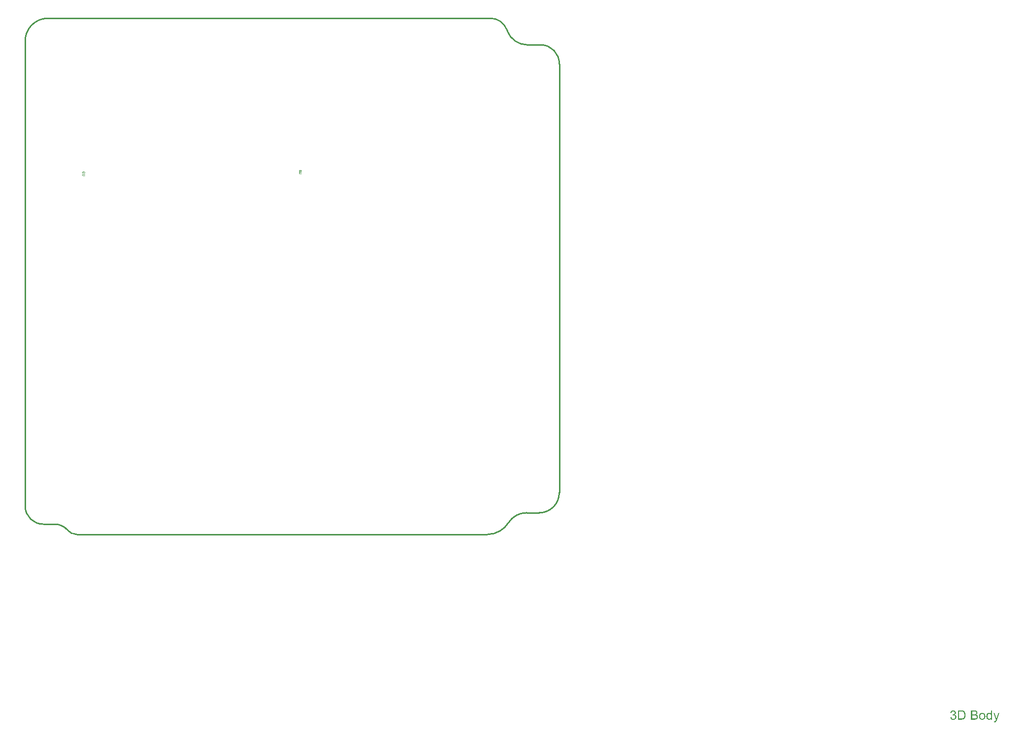
<source format=gm1>
G04*
G04 #@! TF.GenerationSoftware,Altium Limited,Altium Designer,18.1.7 (191)*
G04*
G04 Layer_Color=16711935*
%FSLAX25Y25*%
%MOIN*%
G70*
G01*
G75*
%ADD11C,0.01000*%
%ADD115C,0.00236*%
G36*
X655498Y-125130D02*
X654779D01*
Y-124556D01*
X654770Y-124565D01*
X654761Y-124583D01*
X654733Y-124620D01*
X654697Y-124665D01*
X654651Y-124711D01*
X654597Y-124766D01*
X654533Y-124829D01*
X654451Y-124893D01*
X654369Y-124957D01*
X654278Y-125021D01*
X654168Y-125075D01*
X654050Y-125121D01*
X653932Y-125166D01*
X653795Y-125203D01*
X653649Y-125221D01*
X653494Y-125230D01*
X653440D01*
X653403Y-125221D01*
X653294Y-125212D01*
X653166Y-125194D01*
X653011Y-125157D01*
X652838Y-125103D01*
X652665Y-125030D01*
X652492Y-124929D01*
X652483D01*
X652474Y-124911D01*
X652419Y-124875D01*
X652337Y-124802D01*
X652237Y-124711D01*
X652119Y-124592D01*
X652000Y-124447D01*
X651882Y-124283D01*
X651782Y-124091D01*
Y-124082D01*
X651772Y-124064D01*
X651763Y-124037D01*
X651745Y-124000D01*
X651727Y-123946D01*
X651700Y-123882D01*
X651681Y-123818D01*
X651663Y-123736D01*
X651618Y-123554D01*
X651572Y-123344D01*
X651545Y-123108D01*
X651536Y-122852D01*
Y-122843D01*
Y-122825D01*
Y-122789D01*
Y-122734D01*
X651545Y-122679D01*
Y-122607D01*
X651563Y-122442D01*
X651590Y-122251D01*
X651636Y-122042D01*
X651690Y-121823D01*
X651763Y-121614D01*
Y-121604D01*
X651772Y-121586D01*
X651791Y-121559D01*
X651809Y-121522D01*
X651864Y-121422D01*
X651936Y-121295D01*
X652028Y-121158D01*
X652146Y-121021D01*
X652283Y-120876D01*
X652447Y-120757D01*
X652456D01*
X652465Y-120748D01*
X652492Y-120730D01*
X652529Y-120712D01*
X652620Y-120666D01*
X652747Y-120602D01*
X652893Y-120548D01*
X653066Y-120502D01*
X653257Y-120466D01*
X653458Y-120457D01*
X653531D01*
X653604Y-120466D01*
X653704Y-120475D01*
X653822Y-120502D01*
X653950Y-120529D01*
X654077Y-120575D01*
X654196Y-120639D01*
X654214Y-120648D01*
X654250Y-120666D01*
X654305Y-120712D01*
X654378Y-120757D01*
X654469Y-120821D01*
X654551Y-120903D01*
X654642Y-120985D01*
X654724Y-121085D01*
Y-118826D01*
X655498D01*
Y-125130D01*
D02*
G37*
G36*
X629289Y-118808D02*
X629407Y-118826D01*
X629553Y-118853D01*
X629717Y-118899D01*
X629881Y-118953D01*
X630045Y-119026D01*
X630054D01*
X630063Y-119035D01*
X630118Y-119063D01*
X630200Y-119117D01*
X630291Y-119181D01*
X630400Y-119272D01*
X630510Y-119372D01*
X630619Y-119491D01*
X630710Y-119627D01*
X630719Y-119646D01*
X630747Y-119691D01*
X630783Y-119773D01*
X630829Y-119873D01*
X630874Y-119992D01*
X630911Y-120129D01*
X630938Y-120283D01*
X630947Y-120438D01*
Y-120457D01*
Y-120511D01*
X630938Y-120584D01*
X630920Y-120684D01*
X630892Y-120803D01*
X630847Y-120930D01*
X630792Y-121058D01*
X630719Y-121185D01*
X630710Y-121203D01*
X630683Y-121240D01*
X630628Y-121304D01*
X630555Y-121377D01*
X630464Y-121459D01*
X630355Y-121550D01*
X630227Y-121632D01*
X630072Y-121714D01*
X630082D01*
X630100Y-121723D01*
X630127Y-121732D01*
X630163Y-121741D01*
X630264Y-121777D01*
X630391Y-121832D01*
X630537Y-121905D01*
X630683Y-121996D01*
X630820Y-122115D01*
X630947Y-122251D01*
X630956Y-122269D01*
X630993Y-122324D01*
X631047Y-122415D01*
X631102Y-122534D01*
X631156Y-122679D01*
X631211Y-122852D01*
X631248Y-123053D01*
X631257Y-123272D01*
Y-123281D01*
Y-123308D01*
Y-123354D01*
X631248Y-123408D01*
X631239Y-123481D01*
X631220Y-123563D01*
X631202Y-123654D01*
X631184Y-123754D01*
X631111Y-123973D01*
X631056Y-124091D01*
X631002Y-124201D01*
X630929Y-124319D01*
X630847Y-124438D01*
X630756Y-124556D01*
X630646Y-124665D01*
X630637Y-124674D01*
X630619Y-124693D01*
X630583Y-124720D01*
X630537Y-124756D01*
X630482Y-124802D01*
X630409Y-124847D01*
X630328Y-124902D01*
X630227Y-124948D01*
X630127Y-125002D01*
X630009Y-125057D01*
X629890Y-125103D01*
X629754Y-125148D01*
X629608Y-125185D01*
X629453Y-125212D01*
X629298Y-125230D01*
X629125Y-125239D01*
X629043D01*
X628988Y-125230D01*
X628916Y-125221D01*
X628833Y-125212D01*
X628742Y-125194D01*
X628642Y-125175D01*
X628424Y-125121D01*
X628196Y-125030D01*
X628077Y-124975D01*
X627968Y-124911D01*
X627859Y-124829D01*
X627749Y-124747D01*
X627740Y-124738D01*
X627722Y-124720D01*
X627695Y-124693D01*
X627667Y-124656D01*
X627622Y-124611D01*
X627576Y-124547D01*
X627522Y-124483D01*
X627467Y-124401D01*
X627412Y-124310D01*
X627358Y-124219D01*
X627257Y-124000D01*
X627176Y-123745D01*
X627148Y-123609D01*
X627130Y-123463D01*
X627904Y-123363D01*
Y-123372D01*
X627913Y-123390D01*
X627922Y-123426D01*
X627932Y-123472D01*
X627941Y-123527D01*
X627959Y-123590D01*
X628005Y-123727D01*
X628068Y-123891D01*
X628150Y-124046D01*
X628241Y-124192D01*
X628351Y-124319D01*
X628369Y-124328D01*
X628405Y-124365D01*
X628478Y-124410D01*
X628569Y-124456D01*
X628679Y-124510D01*
X628815Y-124556D01*
X628970Y-124592D01*
X629134Y-124601D01*
X629189D01*
X629225Y-124592D01*
X629325Y-124583D01*
X629453Y-124556D01*
X629599Y-124510D01*
X629754Y-124447D01*
X629909Y-124356D01*
X630054Y-124228D01*
X630072Y-124210D01*
X630118Y-124155D01*
X630173Y-124073D01*
X630245Y-123964D01*
X630318Y-123827D01*
X630373Y-123672D01*
X630419Y-123490D01*
X630437Y-123290D01*
Y-123281D01*
Y-123262D01*
Y-123235D01*
X630428Y-123199D01*
X630419Y-123098D01*
X630391Y-122980D01*
X630355Y-122834D01*
X630291Y-122688D01*
X630200Y-122543D01*
X630082Y-122406D01*
X630063Y-122388D01*
X630018Y-122351D01*
X629945Y-122297D01*
X629845Y-122233D01*
X629717Y-122169D01*
X629562Y-122115D01*
X629389Y-122078D01*
X629198Y-122060D01*
X629116D01*
X629052Y-122069D01*
X628970Y-122078D01*
X628879Y-122096D01*
X628770Y-122115D01*
X628651Y-122142D01*
X628742Y-121459D01*
X628788D01*
X628824Y-121468D01*
X628943D01*
X629043Y-121449D01*
X629161Y-121431D01*
X629298Y-121404D01*
X629453Y-121358D01*
X629599Y-121295D01*
X629754Y-121213D01*
X629763D01*
X629772Y-121203D01*
X629817Y-121167D01*
X629881Y-121103D01*
X629954Y-121021D01*
X630027Y-120903D01*
X630091Y-120766D01*
X630136Y-120611D01*
X630154Y-120520D01*
Y-120420D01*
Y-120411D01*
Y-120402D01*
Y-120347D01*
X630136Y-120274D01*
X630118Y-120174D01*
X630082Y-120065D01*
X630036Y-119946D01*
X629963Y-119828D01*
X629863Y-119719D01*
X629854Y-119710D01*
X629808Y-119673D01*
X629744Y-119627D01*
X629663Y-119573D01*
X629553Y-119527D01*
X629426Y-119482D01*
X629280Y-119445D01*
X629116Y-119436D01*
X629043D01*
X628961Y-119454D01*
X628852Y-119473D01*
X628733Y-119509D01*
X628615Y-119555D01*
X628487Y-119627D01*
X628369Y-119719D01*
X628360Y-119728D01*
X628323Y-119773D01*
X628269Y-119837D01*
X628205Y-119928D01*
X628141Y-120047D01*
X628077Y-120192D01*
X628023Y-120365D01*
X627986Y-120566D01*
X627212Y-120429D01*
Y-120420D01*
X627221Y-120393D01*
X627230Y-120356D01*
X627239Y-120302D01*
X627257Y-120238D01*
X627285Y-120165D01*
X627339Y-119992D01*
X627430Y-119791D01*
X627540Y-119591D01*
X627676Y-119400D01*
X627850Y-119227D01*
X627859Y-119218D01*
X627877Y-119208D01*
X627904Y-119190D01*
X627941Y-119163D01*
X627986Y-119126D01*
X628050Y-119090D01*
X628114Y-119054D01*
X628196Y-119008D01*
X628378Y-118935D01*
X628587Y-118862D01*
X628833Y-118817D01*
X628961Y-118798D01*
X629189D01*
X629289Y-118808D01*
D02*
G37*
G36*
X658733Y-125203D02*
Y-125212D01*
X658723Y-125239D01*
X658705Y-125276D01*
X658687Y-125321D01*
X658660Y-125385D01*
X658632Y-125458D01*
X658568Y-125613D01*
X658505Y-125786D01*
X658432Y-125959D01*
X658359Y-126114D01*
X658322Y-126178D01*
X658295Y-126241D01*
X658286Y-126260D01*
X658259Y-126305D01*
X658213Y-126369D01*
X658159Y-126451D01*
X658086Y-126542D01*
X658004Y-126633D01*
X657922Y-126724D01*
X657822Y-126797D01*
X657812Y-126806D01*
X657776Y-126824D01*
X657721Y-126852D01*
X657639Y-126888D01*
X657548Y-126925D01*
X657439Y-126952D01*
X657320Y-126970D01*
X657184Y-126979D01*
X657147D01*
X657102Y-126970D01*
X657038D01*
X656965Y-126952D01*
X656883Y-126934D01*
X656792Y-126916D01*
X656692Y-126879D01*
X656610Y-126159D01*
X656619D01*
X656655Y-126169D01*
X656701Y-126178D01*
X656756Y-126196D01*
X656901Y-126223D01*
X657047Y-126232D01*
X657093D01*
X657138Y-126223D01*
X657193D01*
X657330Y-126196D01*
X657393Y-126169D01*
X657457Y-126141D01*
X657466D01*
X657484Y-126123D01*
X657512Y-126105D01*
X657548Y-126077D01*
X657630Y-126005D01*
X657703Y-125904D01*
Y-125895D01*
X657721Y-125877D01*
X657739Y-125840D01*
X657758Y-125786D01*
X657794Y-125713D01*
X657831Y-125604D01*
X657885Y-125476D01*
X657940Y-125321D01*
Y-125312D01*
X657958Y-125276D01*
X657976Y-125212D01*
X658013Y-125130D01*
X656282Y-120557D01*
X657102D01*
X658058Y-123208D01*
Y-123217D01*
X658068Y-123226D01*
X658077Y-123253D01*
X658086Y-123299D01*
X658104Y-123344D01*
X658122Y-123399D01*
X658168Y-123527D01*
X658222Y-123681D01*
X658277Y-123864D01*
X658332Y-124055D01*
X658386Y-124265D01*
Y-124255D01*
X658395Y-124237D01*
X658404Y-124210D01*
X658414Y-124173D01*
X658423Y-124128D01*
X658441Y-124073D01*
X658477Y-123936D01*
X658523Y-123782D01*
X658587Y-123600D01*
X658641Y-123417D01*
X658714Y-123226D01*
X659698Y-120557D01*
X660472D01*
X658733Y-125203D01*
D02*
G37*
G36*
X643655Y-118835D02*
X643728D01*
X643892Y-118853D01*
X644074Y-118871D01*
X644266Y-118908D01*
X644457Y-118953D01*
X644630Y-119017D01*
X644639D01*
X644648Y-119026D01*
X644703Y-119054D01*
X644785Y-119099D01*
X644876Y-119163D01*
X644985Y-119245D01*
X645104Y-119345D01*
X645213Y-119473D01*
X645314Y-119609D01*
X645323Y-119627D01*
X645350Y-119682D01*
X645396Y-119755D01*
X645441Y-119864D01*
X645487Y-119992D01*
X645532Y-120129D01*
X645559Y-120283D01*
X645569Y-120438D01*
Y-120457D01*
Y-120502D01*
X645559Y-120584D01*
X645541Y-120684D01*
X645514Y-120803D01*
X645468Y-120930D01*
X645414Y-121058D01*
X645341Y-121194D01*
X645332Y-121213D01*
X645304Y-121249D01*
X645250Y-121322D01*
X645177Y-121395D01*
X645086Y-121486D01*
X644976Y-121586D01*
X644840Y-121677D01*
X644685Y-121768D01*
X644694D01*
X644712Y-121777D01*
X644739Y-121787D01*
X644776Y-121805D01*
X644885Y-121841D01*
X645013Y-121905D01*
X645150Y-121987D01*
X645304Y-122087D01*
X645441Y-122206D01*
X645569Y-122351D01*
X645578Y-122370D01*
X645614Y-122424D01*
X645669Y-122506D01*
X645723Y-122616D01*
X645778Y-122761D01*
X645833Y-122916D01*
X645869Y-123098D01*
X645878Y-123299D01*
Y-123308D01*
Y-123317D01*
Y-123372D01*
X645869Y-123463D01*
X645851Y-123572D01*
X645833Y-123700D01*
X645796Y-123836D01*
X645751Y-123982D01*
X645687Y-124128D01*
X645678Y-124146D01*
X645650Y-124192D01*
X645614Y-124255D01*
X645559Y-124346D01*
X645487Y-124438D01*
X645414Y-124538D01*
X645323Y-124638D01*
X645222Y-124720D01*
X645213Y-124729D01*
X645177Y-124756D01*
X645113Y-124793D01*
X645031Y-124829D01*
X644931Y-124884D01*
X644812Y-124939D01*
X644685Y-124984D01*
X644530Y-125030D01*
X644512D01*
X644457Y-125048D01*
X644366Y-125057D01*
X644248Y-125075D01*
X644102Y-125093D01*
X643929Y-125112D01*
X643737Y-125121D01*
X643519Y-125130D01*
X641114D01*
Y-118826D01*
X643592D01*
X643655Y-118835D01*
D02*
G37*
G36*
X634928D02*
X635110Y-118844D01*
X635292Y-118862D01*
X635475Y-118890D01*
X635630Y-118917D01*
X635639D01*
X635657Y-118926D01*
X635684D01*
X635721Y-118944D01*
X635821Y-118972D01*
X635948Y-119017D01*
X636094Y-119081D01*
X636249Y-119163D01*
X636404Y-119254D01*
X636550Y-119372D01*
X636559Y-119381D01*
X636568Y-119391D01*
X636595Y-119418D01*
X636632Y-119445D01*
X636723Y-119536D01*
X636832Y-119664D01*
X636950Y-119819D01*
X637078Y-120001D01*
X637196Y-120211D01*
X637297Y-120447D01*
Y-120457D01*
X637306Y-120475D01*
X637324Y-120511D01*
X637333Y-120566D01*
X637360Y-120630D01*
X637379Y-120703D01*
X637397Y-120784D01*
X637424Y-120885D01*
X637452Y-120985D01*
X637470Y-121103D01*
X637515Y-121358D01*
X637543Y-121641D01*
X637552Y-121950D01*
Y-121960D01*
Y-121978D01*
Y-122023D01*
Y-122069D01*
X637543Y-122133D01*
Y-122206D01*
X637534Y-122379D01*
X637506Y-122579D01*
X637479Y-122789D01*
X637433Y-123007D01*
X637379Y-123226D01*
Y-123235D01*
X637369Y-123253D01*
X637360Y-123281D01*
X637351Y-123317D01*
X637315Y-123417D01*
X637260Y-123545D01*
X637206Y-123691D01*
X637133Y-123836D01*
X637042Y-123991D01*
X636950Y-124137D01*
X636941Y-124155D01*
X636905Y-124201D01*
X636850Y-124265D01*
X636777Y-124346D01*
X636695Y-124438D01*
X636595Y-124529D01*
X636495Y-124629D01*
X636377Y-124711D01*
X636358Y-124720D01*
X636322Y-124747D01*
X636258Y-124784D01*
X636167Y-124829D01*
X636058Y-124884D01*
X635930Y-124929D01*
X635784Y-124984D01*
X635620Y-125030D01*
X635602D01*
X635575Y-125039D01*
X635547Y-125048D01*
X635457Y-125057D01*
X635329Y-125075D01*
X635183Y-125093D01*
X635010Y-125112D01*
X634819Y-125121D01*
X634609Y-125130D01*
X632341D01*
Y-118826D01*
X634764D01*
X634928Y-118835D01*
D02*
G37*
G36*
X648930Y-120466D02*
X649012Y-120475D01*
X649103Y-120493D01*
X649203Y-120511D01*
X649322Y-120529D01*
X649568Y-120611D01*
X649695Y-120657D01*
X649823Y-120721D01*
X649951Y-120784D01*
X650078Y-120876D01*
X650196Y-120967D01*
X650315Y-121076D01*
X650324Y-121085D01*
X650342Y-121103D01*
X650370Y-121140D01*
X650406Y-121185D01*
X650452Y-121249D01*
X650506Y-121331D01*
X650561Y-121422D01*
X650616Y-121522D01*
X650670Y-121632D01*
X650725Y-121768D01*
X650779Y-121905D01*
X650825Y-122060D01*
X650862Y-122224D01*
X650889Y-122397D01*
X650907Y-122579D01*
X650916Y-122780D01*
Y-122789D01*
Y-122816D01*
Y-122862D01*
Y-122925D01*
X650907Y-122998D01*
X650898Y-123089D01*
Y-123180D01*
X650880Y-123281D01*
X650852Y-123508D01*
X650798Y-123736D01*
X650734Y-123964D01*
X650643Y-124173D01*
Y-124182D01*
X650634Y-124192D01*
X650616Y-124219D01*
X650597Y-124255D01*
X650533Y-124346D01*
X650452Y-124456D01*
X650342Y-124583D01*
X650206Y-124711D01*
X650051Y-124838D01*
X649868Y-124957D01*
X649859D01*
X649850Y-124966D01*
X649823Y-124984D01*
X649777Y-125002D01*
X649732Y-125021D01*
X649677Y-125039D01*
X649541Y-125093D01*
X649386Y-125139D01*
X649194Y-125185D01*
X648994Y-125221D01*
X648775Y-125230D01*
X648684D01*
X648611Y-125221D01*
X648529Y-125212D01*
X648438Y-125194D01*
X648329Y-125175D01*
X648220Y-125157D01*
X647974Y-125084D01*
X647837Y-125030D01*
X647709Y-124975D01*
X647582Y-124902D01*
X647454Y-124820D01*
X647336Y-124729D01*
X647218Y-124620D01*
X647208Y-124611D01*
X647190Y-124592D01*
X647163Y-124556D01*
X647126Y-124501D01*
X647081Y-124438D01*
X647035Y-124365D01*
X646981Y-124274D01*
X646926Y-124164D01*
X646871Y-124046D01*
X646817Y-123909D01*
X646771Y-123763D01*
X646726Y-123609D01*
X646689Y-123435D01*
X646662Y-123253D01*
X646643Y-123053D01*
X646634Y-122843D01*
Y-122825D01*
Y-122789D01*
X646643Y-122725D01*
Y-122634D01*
X646653Y-122534D01*
X646671Y-122406D01*
X646689Y-122278D01*
X646726Y-122133D01*
X646762Y-121987D01*
X646807Y-121832D01*
X646862Y-121668D01*
X646935Y-121513D01*
X647008Y-121368D01*
X647108Y-121222D01*
X647208Y-121085D01*
X647336Y-120967D01*
X647345Y-120958D01*
X647363Y-120948D01*
X647400Y-120921D01*
X647445Y-120885D01*
X647500Y-120848D01*
X647573Y-120803D01*
X647646Y-120757D01*
X647737Y-120712D01*
X647837Y-120666D01*
X647946Y-120621D01*
X648192Y-120538D01*
X648475Y-120475D01*
X648620Y-120466D01*
X648775Y-120457D01*
X648866D01*
X648930Y-120466D01*
D02*
G37*
%LPC*%
G36*
X653540Y-121094D02*
X653494D01*
X653458Y-121103D01*
X653358Y-121112D01*
X653239Y-121149D01*
X653102Y-121194D01*
X652957Y-121276D01*
X652811Y-121377D01*
X652738Y-121449D01*
X652674Y-121522D01*
Y-121531D01*
X652656Y-121541D01*
X652647Y-121568D01*
X652620Y-121604D01*
X652592Y-121650D01*
X652565Y-121705D01*
X652538Y-121768D01*
X652501Y-121841D01*
X652465Y-121932D01*
X652437Y-122032D01*
X652410Y-122142D01*
X652383Y-122260D01*
X652365Y-122388D01*
X652346Y-122534D01*
X652328Y-122688D01*
Y-122852D01*
Y-122862D01*
Y-122889D01*
Y-122934D01*
X652337Y-122998D01*
Y-123071D01*
X652346Y-123153D01*
X652374Y-123344D01*
X652419Y-123554D01*
X652483Y-123773D01*
X652574Y-123982D01*
X652629Y-124073D01*
X652693Y-124164D01*
X652702D01*
X652711Y-124182D01*
X652756Y-124228D01*
X652838Y-124301D01*
X652939Y-124374D01*
X653066Y-124456D01*
X653221Y-124529D01*
X653385Y-124574D01*
X653476Y-124583D01*
X653567Y-124592D01*
X653613D01*
X653649Y-124583D01*
X653749Y-124574D01*
X653868Y-124538D01*
X654004Y-124492D01*
X654150Y-124419D01*
X654296Y-124319D01*
X654369Y-124255D01*
X654433Y-124182D01*
Y-124173D01*
X654451Y-124164D01*
X654469Y-124137D01*
X654487Y-124100D01*
X654515Y-124055D01*
X654551Y-124009D01*
X654578Y-123936D01*
X654615Y-123864D01*
X654651Y-123782D01*
X654678Y-123691D01*
X654715Y-123581D01*
X654742Y-123472D01*
X654761Y-123344D01*
X654779Y-123217D01*
X654797Y-123071D01*
Y-122916D01*
Y-122907D01*
Y-122871D01*
Y-122825D01*
X654788Y-122761D01*
Y-122688D01*
X654779Y-122597D01*
X654770Y-122497D01*
X654751Y-122388D01*
X654706Y-122169D01*
X654642Y-121941D01*
X654551Y-121723D01*
X654496Y-121632D01*
X654433Y-121541D01*
Y-121531D01*
X654414Y-121522D01*
X654369Y-121468D01*
X654287Y-121395D01*
X654187Y-121313D01*
X654059Y-121231D01*
X653904Y-121167D01*
X653731Y-121112D01*
X653640Y-121103D01*
X653540Y-121094D01*
D02*
G37*
G36*
X643446Y-119573D02*
X641952D01*
Y-121468D01*
X643501D01*
X643619Y-121459D01*
X643747Y-121449D01*
X643874Y-121440D01*
X644002Y-121422D01*
X644102Y-121404D01*
X644120Y-121395D01*
X644157Y-121386D01*
X644211Y-121358D01*
X644284Y-121322D01*
X644357Y-121285D01*
X644439Y-121231D01*
X644521Y-121158D01*
X644585Y-121085D01*
X644594Y-121076D01*
X644612Y-121049D01*
X644639Y-120994D01*
X644667Y-120930D01*
X644694Y-120857D01*
X644721Y-120766D01*
X644739Y-120657D01*
X644749Y-120538D01*
Y-120520D01*
Y-120484D01*
X644739Y-120429D01*
X644730Y-120356D01*
X644712Y-120265D01*
X644685Y-120174D01*
X644648Y-120083D01*
X644594Y-119992D01*
X644585Y-119983D01*
X644566Y-119955D01*
X644530Y-119910D01*
X644485Y-119864D01*
X644421Y-119810D01*
X644348Y-119755D01*
X644257Y-119700D01*
X644157Y-119664D01*
X644147D01*
X644102Y-119646D01*
X644038Y-119637D01*
X643938Y-119618D01*
X643801Y-119600D01*
X643646Y-119591D01*
X643446Y-119573D01*
D02*
G37*
G36*
X643610Y-122215D02*
X641952D01*
Y-124383D01*
X643747D01*
X643938Y-124374D01*
X644020Y-124365D01*
X644093Y-124356D01*
X644102D01*
X644138Y-124346D01*
X644193Y-124337D01*
X644257Y-124319D01*
X644412Y-124265D01*
X644566Y-124192D01*
X644576Y-124182D01*
X644603Y-124164D01*
X644639Y-124137D01*
X644685Y-124100D01*
X644730Y-124046D01*
X644794Y-123991D01*
X644840Y-123918D01*
X644894Y-123836D01*
X644904Y-123827D01*
X644913Y-123800D01*
X644931Y-123745D01*
X644958Y-123681D01*
X644985Y-123609D01*
X645004Y-123518D01*
X645013Y-123408D01*
X645022Y-123299D01*
Y-123281D01*
Y-123244D01*
X645013Y-123171D01*
X644995Y-123089D01*
X644976Y-122998D01*
X644940Y-122898D01*
X644894Y-122798D01*
X644831Y-122698D01*
X644822Y-122688D01*
X644794Y-122652D01*
X644758Y-122607D01*
X644703Y-122552D01*
X644630Y-122488D01*
X644539Y-122424D01*
X644439Y-122370D01*
X644320Y-122324D01*
X644302Y-122315D01*
X644266Y-122306D01*
X644184Y-122288D01*
X644084Y-122269D01*
X643956Y-122251D01*
X643801Y-122233D01*
X643610Y-122215D01*
D02*
G37*
G36*
X634636Y-119573D02*
X633179D01*
Y-124383D01*
X634673D01*
X634737Y-124374D01*
X634873Y-124365D01*
X635028Y-124356D01*
X635192Y-124337D01*
X635356Y-124310D01*
X635493Y-124274D01*
X635511Y-124265D01*
X635557Y-124255D01*
X635620Y-124228D01*
X635702Y-124192D01*
X635793Y-124137D01*
X635885Y-124082D01*
X635976Y-124019D01*
X636067Y-123946D01*
X636076Y-123927D01*
X636112Y-123891D01*
X636167Y-123827D01*
X636231Y-123736D01*
X636304Y-123618D01*
X636386Y-123481D01*
X636459Y-123326D01*
X636522Y-123153D01*
Y-123144D01*
X636531Y-123126D01*
X636541Y-123098D01*
X636550Y-123062D01*
X636559Y-123016D01*
X636577Y-122953D01*
X636595Y-122889D01*
X636613Y-122816D01*
X636641Y-122634D01*
X636668Y-122424D01*
X636686Y-122187D01*
X636695Y-121932D01*
Y-121923D01*
Y-121887D01*
Y-121841D01*
X636686Y-121768D01*
Y-121686D01*
X636677Y-121595D01*
X636668Y-121486D01*
X636659Y-121377D01*
X636613Y-121131D01*
X636559Y-120876D01*
X636477Y-120639D01*
X636422Y-120520D01*
X636368Y-120420D01*
Y-120411D01*
X636349Y-120393D01*
X636331Y-120365D01*
X636313Y-120329D01*
X636240Y-120238D01*
X636149Y-120129D01*
X636030Y-120010D01*
X635894Y-119892D01*
X635739Y-119791D01*
X635575Y-119710D01*
X635557Y-119700D01*
X635511Y-119691D01*
X635429Y-119664D01*
X635311Y-119637D01*
X635165Y-119618D01*
X634983Y-119591D01*
X634873Y-119582D01*
X634755D01*
X634636Y-119573D01*
D02*
G37*
G36*
X648775Y-121094D02*
X648721D01*
X648675Y-121103D01*
X648575Y-121112D01*
X648438Y-121149D01*
X648283Y-121203D01*
X648119Y-121276D01*
X647964Y-121386D01*
X647883Y-121459D01*
X647810Y-121531D01*
Y-121541D01*
X647791Y-121550D01*
X647773Y-121577D01*
X647746Y-121614D01*
X647718Y-121659D01*
X647691Y-121714D01*
X647655Y-121787D01*
X647618Y-121859D01*
X647582Y-121950D01*
X647545Y-122042D01*
X647518Y-122151D01*
X647491Y-122269D01*
X647463Y-122397D01*
X647445Y-122534D01*
X647436Y-122688D01*
X647427Y-122843D01*
Y-122852D01*
Y-122880D01*
Y-122925D01*
X647436Y-122989D01*
Y-123062D01*
X647445Y-123144D01*
X647472Y-123335D01*
X647518Y-123554D01*
X647591Y-123773D01*
X647682Y-123982D01*
X647746Y-124073D01*
X647810Y-124164D01*
X647819D01*
X647828Y-124182D01*
X647883Y-124228D01*
X647964Y-124301D01*
X648074Y-124374D01*
X648210Y-124456D01*
X648374Y-124529D01*
X648566Y-124574D01*
X648666Y-124583D01*
X648775Y-124592D01*
X648830D01*
X648876Y-124583D01*
X648976Y-124565D01*
X649112Y-124538D01*
X649258Y-124483D01*
X649422Y-124410D01*
X649577Y-124301D01*
X649659Y-124228D01*
X649732Y-124155D01*
X649741Y-124146D01*
X649750Y-124137D01*
X649768Y-124110D01*
X649796Y-124073D01*
X649823Y-124028D01*
X649859Y-123973D01*
X649896Y-123900D01*
X649932Y-123827D01*
X649969Y-123736D01*
X649996Y-123636D01*
X650032Y-123527D01*
X650060Y-123408D01*
X650087Y-123272D01*
X650105Y-123135D01*
X650124Y-122980D01*
Y-122816D01*
Y-122807D01*
Y-122780D01*
Y-122734D01*
X650114Y-122679D01*
Y-122607D01*
X650105Y-122524D01*
X650078Y-122333D01*
X650032Y-122133D01*
X649960Y-121914D01*
X649859Y-121714D01*
X649805Y-121614D01*
X649732Y-121531D01*
Y-121522D01*
X649714Y-121513D01*
X649659Y-121459D01*
X649577Y-121395D01*
X649468Y-121313D01*
X649331Y-121231D01*
X649167Y-121158D01*
X648985Y-121112D01*
X648885Y-121103D01*
X648775Y-121094D01*
D02*
G37*
%LPD*%
D11*
X348727Y15143D02*
G03*
X362231Y28721I28J13476D01*
G01*
X313897Y453D02*
G03*
X327865Y8398I-430J17007D01*
G01*
X340101Y15143D02*
G03*
X327800Y8303I31J-14537D01*
G01*
X327073Y341609D02*
G03*
X340443Y332359I13542J5287D01*
G01*
X326634Y342790D02*
G03*
X315457Y350371I-11018J-4215D01*
G01*
X429Y19709D02*
G03*
X13080Y7370I12282J-63D01*
G01*
X29169Y3404D02*
G03*
X20591Y7370I-8805J-7785D01*
G01*
X29072Y3478D02*
G03*
X35354Y453I6097J4625D01*
G01*
X362262Y319425D02*
G03*
X349823Y332359I-12687J247D01*
G01*
X15524Y350371D02*
G03*
X429Y333981I435J-15546D01*
G01*
X340101Y15143D02*
X348756D01*
X340443Y332359D02*
X349823D01*
X326634Y342790D02*
X327141Y341464D01*
X429Y333981D02*
X429Y19709D01*
X13080Y7370D02*
X20591D01*
X35354Y453D02*
X313467D01*
X362262Y28721D02*
X362262Y319425D01*
X15524Y350371D02*
X315457D01*
D115*
X40633Y243760D02*
X39321D01*
X39059Y244022D01*
Y244547D01*
X39321Y244809D01*
X40633D01*
X40371Y245334D02*
X40633Y245597D01*
Y246121D01*
X40371Y246384D01*
X40109D01*
X39846Y246121D01*
Y245859D01*
Y246121D01*
X39584Y246384D01*
X39321D01*
X39059Y246121D01*
Y245597D01*
X39321Y245334D01*
X187484Y244941D02*
X186172D01*
X185909Y245203D01*
Y245728D01*
X186172Y245990D01*
X187484D01*
X187221Y246515D02*
X187484Y246778D01*
Y247302D01*
X187221Y247565D01*
X186959D01*
X186697Y247302D01*
X186434Y247565D01*
X186172D01*
X185909Y247302D01*
Y246778D01*
X186172Y246515D01*
X186434D01*
X186697Y246778D01*
X186959Y246515D01*
X187221D01*
X186697Y246778D02*
Y247302D01*
M02*

</source>
